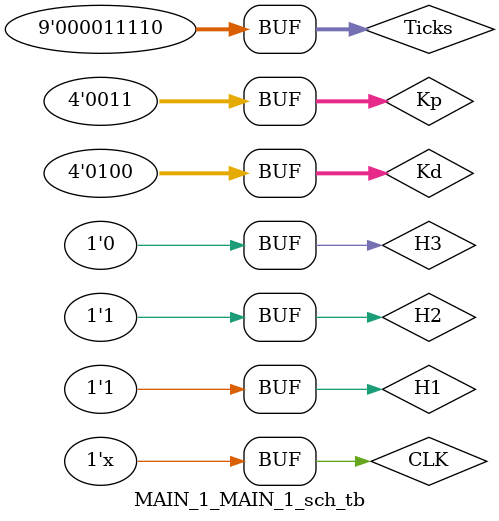
<source format=v>

`timescale 1ns / 1ps

module MAIN_1_MAIN_1_sch_tb();

// Inputs
   reg H3;
   reg H2;
   reg H1;
   reg CLK;
   reg [3:0] Kp;
   reg [3:0] Kd;
   reg [8:0] Ticks;

// Output
   wire A;
   wire AA;
   wire B;
   wire BB;
   wire C;
   wire CC;

// Bidirs

// Instantiate the UUT
   MAIN_1 UUT (
		.H3(H3), 
		.H2(H2), 
		.H1(H1), 
		.A(A), 
		.AA(AA), 
		.B(B), 
		.BB(BB), 
		.C(C), 
		.CC(CC), 
		.CLK(CLK), 
		.Kp(Kp), 
		.Kd(Kd), 
		.Ticks(Ticks)
   );
// Initialize Inputs
       initial begin
		H3 = 0;
		H2 = 0;
		H1 = 0;
		CLK = 0;
		#10;
		Kp = 3;
		Kd = 4;
		Ticks = 30;
   end
	always begin
	#10;
	CLK=~CLK;
	end
	always begin
	H1=1;
	#2000;
	H1=0;
	#3000;
	H1=1;
	#1000;	
	end
	always begin
	H2=0;
	#3000;
	H2=1;
	#3000;
	end
	always begin
	H3=0;
	#1000;
	H3=1;
	#3000;
	H3=0;
	#2000;
	end
endmodule

</source>
